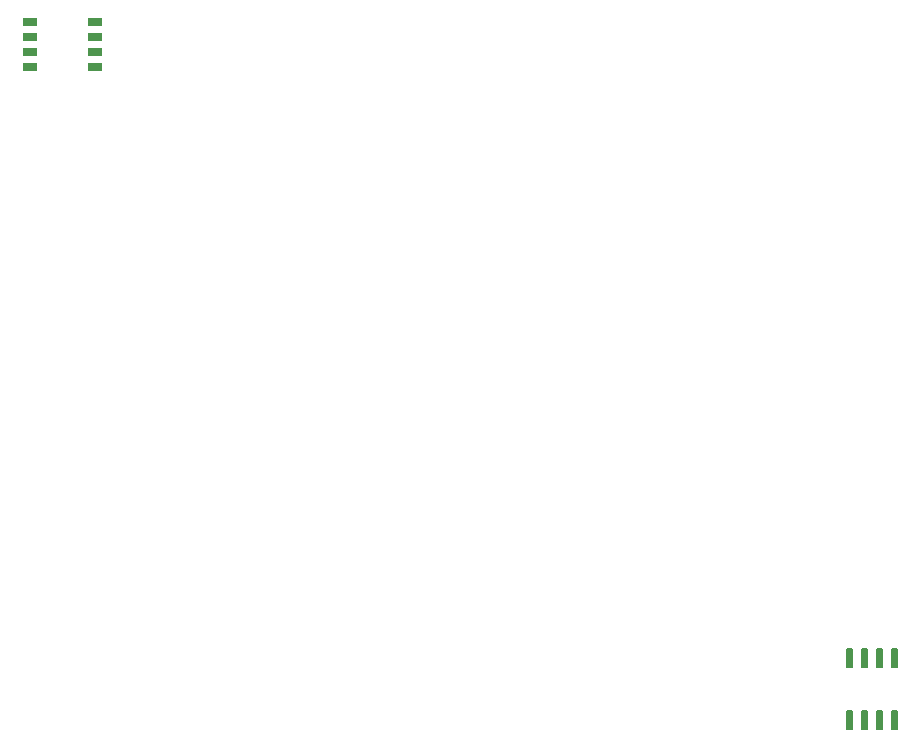
<source format=gbr>
G04 EAGLE Gerber RS-274X export*
G75*
%MOMM*%
%FSLAX34Y34*%
%LPD*%
%INSolderpaste Top*%
%IPPOS*%
%AMOC8*
5,1,8,0,0,1.08239X$1,22.5*%
G01*
%ADD10R,1.300000X0.700000*%
%ADD11C,0.150000*%


D10*
X218000Y755650D03*
X218000Y768350D03*
X218000Y742950D03*
X218000Y730250D03*
X163000Y755650D03*
X163000Y768350D03*
X163000Y742950D03*
X163000Y730250D03*
D11*
X893100Y237050D02*
X893100Y221850D01*
X893100Y237050D02*
X897600Y237050D01*
X897600Y221850D01*
X893100Y221850D01*
X893100Y223275D02*
X897600Y223275D01*
X897600Y224700D02*
X893100Y224700D01*
X893100Y226125D02*
X897600Y226125D01*
X897600Y227550D02*
X893100Y227550D01*
X893100Y228975D02*
X897600Y228975D01*
X897600Y230400D02*
X893100Y230400D01*
X893100Y231825D02*
X897600Y231825D01*
X897600Y233250D02*
X893100Y233250D01*
X893100Y234675D02*
X897600Y234675D01*
X897600Y236100D02*
X893100Y236100D01*
X880400Y237050D02*
X880400Y221850D01*
X880400Y237050D02*
X884900Y237050D01*
X884900Y221850D01*
X880400Y221850D01*
X880400Y223275D02*
X884900Y223275D01*
X884900Y224700D02*
X880400Y224700D01*
X880400Y226125D02*
X884900Y226125D01*
X884900Y227550D02*
X880400Y227550D01*
X880400Y228975D02*
X884900Y228975D01*
X884900Y230400D02*
X880400Y230400D01*
X880400Y231825D02*
X884900Y231825D01*
X884900Y233250D02*
X880400Y233250D01*
X880400Y234675D02*
X884900Y234675D01*
X884900Y236100D02*
X880400Y236100D01*
X867700Y237050D02*
X867700Y221850D01*
X867700Y237050D02*
X872200Y237050D01*
X872200Y221850D01*
X867700Y221850D01*
X867700Y223275D02*
X872200Y223275D01*
X872200Y224700D02*
X867700Y224700D01*
X867700Y226125D02*
X872200Y226125D01*
X872200Y227550D02*
X867700Y227550D01*
X867700Y228975D02*
X872200Y228975D01*
X872200Y230400D02*
X867700Y230400D01*
X867700Y231825D02*
X872200Y231825D01*
X872200Y233250D02*
X867700Y233250D01*
X867700Y234675D02*
X872200Y234675D01*
X872200Y236100D02*
X867700Y236100D01*
X855000Y237050D02*
X855000Y221850D01*
X855000Y237050D02*
X859500Y237050D01*
X859500Y221850D01*
X855000Y221850D01*
X855000Y223275D02*
X859500Y223275D01*
X859500Y224700D02*
X855000Y224700D01*
X855000Y226125D02*
X859500Y226125D01*
X859500Y227550D02*
X855000Y227550D01*
X855000Y228975D02*
X859500Y228975D01*
X859500Y230400D02*
X855000Y230400D01*
X855000Y231825D02*
X859500Y231825D01*
X859500Y233250D02*
X855000Y233250D01*
X855000Y234675D02*
X859500Y234675D01*
X859500Y236100D02*
X855000Y236100D01*
X855000Y184550D02*
X855000Y169350D01*
X855000Y184550D02*
X859500Y184550D01*
X859500Y169350D01*
X855000Y169350D01*
X855000Y170775D02*
X859500Y170775D01*
X859500Y172200D02*
X855000Y172200D01*
X855000Y173625D02*
X859500Y173625D01*
X859500Y175050D02*
X855000Y175050D01*
X855000Y176475D02*
X859500Y176475D01*
X859500Y177900D02*
X855000Y177900D01*
X855000Y179325D02*
X859500Y179325D01*
X859500Y180750D02*
X855000Y180750D01*
X855000Y182175D02*
X859500Y182175D01*
X859500Y183600D02*
X855000Y183600D01*
X867700Y184550D02*
X867700Y169350D01*
X867700Y184550D02*
X872200Y184550D01*
X872200Y169350D01*
X867700Y169350D01*
X867700Y170775D02*
X872200Y170775D01*
X872200Y172200D02*
X867700Y172200D01*
X867700Y173625D02*
X872200Y173625D01*
X872200Y175050D02*
X867700Y175050D01*
X867700Y176475D02*
X872200Y176475D01*
X872200Y177900D02*
X867700Y177900D01*
X867700Y179325D02*
X872200Y179325D01*
X872200Y180750D02*
X867700Y180750D01*
X867700Y182175D02*
X872200Y182175D01*
X872200Y183600D02*
X867700Y183600D01*
X880400Y184550D02*
X880400Y169350D01*
X880400Y184550D02*
X884900Y184550D01*
X884900Y169350D01*
X880400Y169350D01*
X880400Y170775D02*
X884900Y170775D01*
X884900Y172200D02*
X880400Y172200D01*
X880400Y173625D02*
X884900Y173625D01*
X884900Y175050D02*
X880400Y175050D01*
X880400Y176475D02*
X884900Y176475D01*
X884900Y177900D02*
X880400Y177900D01*
X880400Y179325D02*
X884900Y179325D01*
X884900Y180750D02*
X880400Y180750D01*
X880400Y182175D02*
X884900Y182175D01*
X884900Y183600D02*
X880400Y183600D01*
X893100Y184550D02*
X893100Y169350D01*
X893100Y184550D02*
X897600Y184550D01*
X897600Y169350D01*
X893100Y169350D01*
X893100Y170775D02*
X897600Y170775D01*
X897600Y172200D02*
X893100Y172200D01*
X893100Y173625D02*
X897600Y173625D01*
X897600Y175050D02*
X893100Y175050D01*
X893100Y176475D02*
X897600Y176475D01*
X897600Y177900D02*
X893100Y177900D01*
X893100Y179325D02*
X897600Y179325D01*
X897600Y180750D02*
X893100Y180750D01*
X893100Y182175D02*
X897600Y182175D01*
X897600Y183600D02*
X893100Y183600D01*
M02*

</source>
